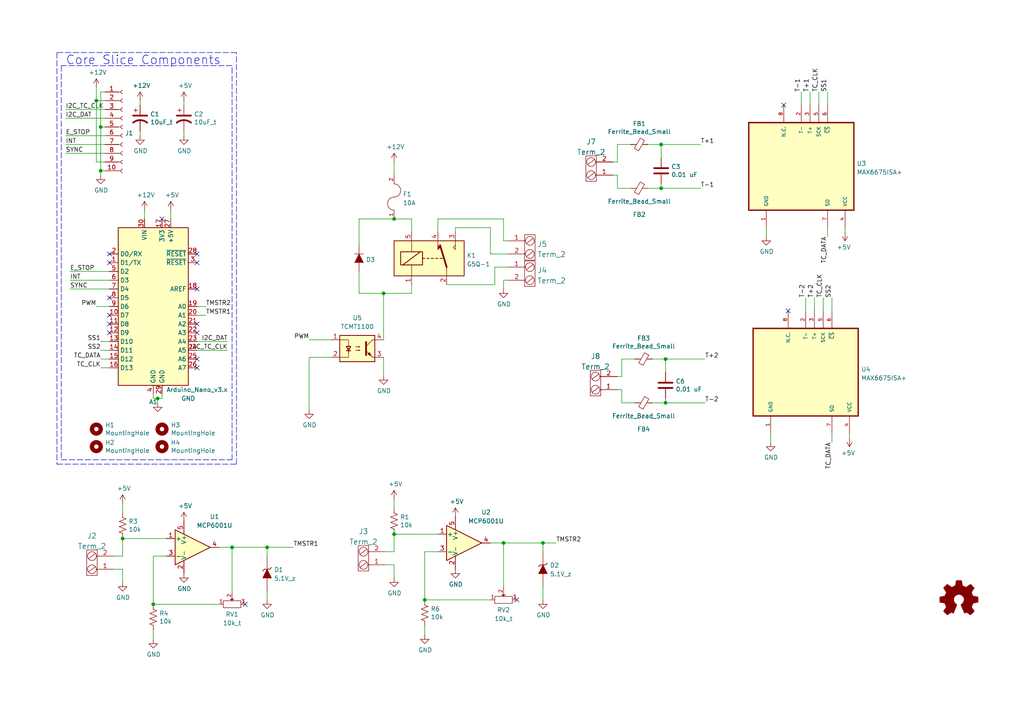
<source format=kicad_sch>
(kicad_sch (version 20211123) (generator eeschema)
  (paper "A4")
  (lib_symbols
    (symbol "Amplifier_Operational:MCP6001U" (pin_names (offset 0.127))
      (property "Reference" "U" (at 0 5.08 0))
      (property "Value" "MCP6001U" (at 0 -5.08 0))
      (symbol "MCP6001U_0_1"
        (polyline (pts (xy -5.08 5.08) (xy 5.08 0) (xy -5.08 -5.08) (xy -5.08 5.08)) (stroke (width 0.254)) (fill (type background)))
        (pin power_in line (at -2.54 -7.62 90) (length 3.81) (name "V-") (number "2"))
        (pin power_in line (at -2.54 7.62 270) (length 3.81) (name "V+") (number "5"))
      )
      (symbol "MCP6001U_1_1"
        (pin input line (at -7.62 2.54 0) (length 2.54) (name "+") (number "1"))
        (pin input line (at -7.62 -2.54 0) (length 2.54) (name "-") (number "3"))
        (pin output line (at 7.62 0 180) (length 2.54) (name "~") (number "4"))
      )
    )
    (symbol "BREAD_Slice-rescue:10uF_t-OCI_UPL_2_Capacitors" (pin_numbers hide) (pin_names (offset 0.254) hide)
      (property "Reference" "C" (at 0.635 2.54 0))
      (property "Value" "10uF_t-OCI_UPL_2_Capacitors" (at 0.635 -2.54 0))
      (symbol "10uF_t-OCI_UPL_2_Capacitors_0_1"
        (polyline (pts (xy -2.032 0.762) (xy 2.032 0.762)) (stroke (width 0.508)))
        (polyline (pts (xy -1.778 2.286) (xy -0.762 2.286)))
        (polyline (pts (xy -1.27 1.778) (xy -1.27 2.794)))
        (arc (start 2.032 -1.27) (mid 0 -0.5572) (end -2.032 -1.27) (stroke (width 0.508)))
      )
      (symbol "10uF_t-OCI_UPL_2_Capacitors_1_1"
        (pin passive line (at 0 3.81 270) (length 2.794) (name "~") (number "1"))
        (pin passive line (at 0 -3.81 90) (length 3.302) (name "~") (number "2"))
      )
    )
    (symbol "Connector:Conn_01x10_Female" (pin_names (offset 1.016) hide)
      (property "Reference" "J" (at 0 12.7 0))
      (property "Value" "Conn_01x10_Female" (at 0 -15.24 0))
      (symbol "Conn_01x10_Female_1_1"
        (arc (start 0 -12.192) (mid -0.508 -12.7) (end 0 -13.208) (stroke (width 0.1524)))
        (arc (start 0 -9.652) (mid -0.508 -10.16) (end 0 -10.668) (stroke (width 0.1524)))
        (arc (start 0 -7.112) (mid -0.508 -7.62) (end 0 -8.128) (stroke (width 0.1524)))
        (arc (start 0 -4.572) (mid -0.508 -5.08) (end 0 -5.588) (stroke (width 0.1524)))
        (arc (start 0 -2.032) (mid -0.508 -2.54) (end 0 -3.048) (stroke (width 0.1524)))
        (polyline (pts (xy -1.27 -12.7) (xy -0.508 -12.7)) (stroke (width 0.1524)))
        (polyline (pts (xy -1.27 -10.16) (xy -0.508 -10.16)) (stroke (width 0.1524)))
        (polyline (pts (xy -1.27 -7.62) (xy -0.508 -7.62)) (stroke (width 0.1524)))
        (polyline (pts (xy -1.27 -5.08) (xy -0.508 -5.08)) (stroke (width 0.1524)))
        (polyline (pts (xy -1.27 -2.54) (xy -0.508 -2.54)) (stroke (width 0.1524)))
        (polyline (pts (xy -1.27 0) (xy -0.508 0)) (stroke (width 0.1524)))
        (polyline (pts (xy -1.27 2.54) (xy -0.508 2.54)) (stroke (width 0.1524)))
        (polyline (pts (xy -1.27 5.08) (xy -0.508 5.08)) (stroke (width 0.1524)))
        (polyline (pts (xy -1.27 7.62) (xy -0.508 7.62)) (stroke (width 0.1524)))
        (polyline (pts (xy -1.27 10.16) (xy -0.508 10.16)) (stroke (width 0.1524)))
        (arc (start 0 0.508) (mid -0.508 0) (end 0 -0.508) (stroke (width 0.1524)))
        (arc (start 0 3.048) (mid -0.508 2.54) (end 0 2.032) (stroke (width 0.1524)))
        (arc (start 0 5.588) (mid -0.508 5.08) (end 0 4.572) (stroke (width 0.1524)))
        (arc (start 0 8.128) (mid -0.508 7.62) (end 0 7.112) (stroke (width 0.1524)))
        (arc (start 0 10.668) (mid -0.508 10.16) (end 0 9.652) (stroke (width 0.1524)))
        (pin passive line (at -5.08 10.16 0) (length 3.81) (name "Pin_1") (number "1"))
        (pin passive line (at -5.08 -12.7 0) (length 3.81) (name "Pin_10") (number "10"))
        (pin passive line (at -5.08 7.62 0) (length 3.81) (name "Pin_2") (number "2"))
        (pin passive line (at -5.08 5.08 0) (length 3.81) (name "Pin_3") (number "3"))
        (pin passive line (at -5.08 2.54 0) (length 3.81) (name "Pin_4") (number "4"))
        (pin passive line (at -5.08 0 0) (length 3.81) (name "Pin_5") (number "5"))
        (pin passive line (at -5.08 -2.54 0) (length 3.81) (name "Pin_6") (number "6"))
        (pin passive line (at -5.08 -5.08 0) (length 3.81) (name "Pin_7") (number "7"))
        (pin passive line (at -5.08 -7.62 0) (length 3.81) (name "Pin_8") (number "8"))
        (pin passive line (at -5.08 -10.16 0) (length 3.81) (name "Pin_9") (number "9"))
      )
    )
    (symbol "Device:C" (pin_numbers hide) (pin_names (offset 0.254))
      (property "Reference" "C" (at 0.635 2.54 0))
      (property "Value" "C" (at 0.635 -2.54 0))
      (symbol "C_0_1"
        (polyline (pts (xy -2.032 -0.762) (xy 2.032 -0.762)) (stroke (width 0.508)))
        (polyline (pts (xy -2.032 0.762) (xy 2.032 0.762)) (stroke (width 0.508)))
      )
      (symbol "C_1_1"
        (pin passive line (at 0 3.81 270) (length 2.794) (name "~") (number "1"))
        (pin passive line (at 0 -3.81 90) (length 2.794) (name "~") (number "2"))
      )
    )
    (symbol "Device:Ferrite_Bead_Small" (pin_numbers hide) (pin_names (offset 0))
      (property "Reference" "FB" (at 1.905 1.27 0))
      (property "Value" "Device_Ferrite_Bead_Small" (at 1.905 -1.27 0))
      (symbol "Ferrite_Bead_Small_0_1"
        (polyline (pts (xy 0 -1.27) (xy 0 -0.7874)))
        (polyline (pts (xy 0 0.889) (xy 0 1.2954)))
        (polyline (pts (xy -1.8288 0.2794) (xy -1.1176 1.4986) (xy 1.8288 -0.2032) (xy 1.1176 -1.4224) (xy -1.8288 0.2794)))
      )
      (symbol "Ferrite_Bead_Small_1_1"
        (pin passive line (at 0 2.54 270) (length 1.27) (name "~") (number "1"))
        (pin passive line (at 0 -2.54 90) (length 1.27) (name "~") (number "2"))
      )
    )
    (symbol "Device:R_US" (pin_numbers hide) (pin_names (offset 0))
      (property "Reference" "R" (at 2.54 0 90))
      (property "Value" "R_US" (at -2.54 0 90))
      (symbol "R_US_0_1"
        (polyline (pts (xy 0 -2.286) (xy 0 -2.54)))
        (polyline (pts (xy 0 2.286) (xy 0 2.54)))
        (polyline (pts (xy 0 -0.762) (xy 1.016 -1.143) (xy 0 -1.524) (xy -1.016 -1.905) (xy 0 -2.286)))
        (polyline (pts (xy 0 0.762) (xy 1.016 0.381) (xy 0 0) (xy -1.016 -0.381) (xy 0 -0.762)))
        (polyline (pts (xy 0 2.286) (xy 1.016 1.905) (xy 0 1.524) (xy -1.016 1.143) (xy 0 0.762)))
      )
      (symbol "R_US_1_1"
        (pin passive line (at 0 3.81 270) (length 1.27) (name "~") (number "1"))
        (pin passive line (at 0 -3.81 90) (length 1.27) (name "~") (number "2"))
      )
    )
    (symbol "Graphic:Logo_Open_Hardware_Small" (pin_names (offset 1.016))
      (symbol "Logo_Open_Hardware_Small_0_1"
        (polyline (pts (xy 3.3528 -4.3434) (xy 3.302 -4.318) (xy 3.175 -4.2418) (xy 2.9972 -4.1148) (xy 2.7686 -3.9624) (xy 2.54 -3.81) (xy 2.3622 -3.7084) (xy 2.2352 -3.6068) (xy 2.1844 -3.5814) (xy 2.159 -3.6068) (xy 2.0574 -3.6576) (xy 1.905 -3.7338) (xy 1.8034 -3.7846) (xy 1.6764 -3.8354) (xy 1.6002 -3.8354) (xy 1.6002 -3.8354) (xy 1.5494 -3.7338) (xy 1.4732 -3.5306) (xy 1.3462 -3.302) (xy 1.2446 -3.0226) (xy 1.1176 -2.7178) (xy 0.9652 -2.413) (xy 0.8636 -2.1082) (xy 0.7366 -1.8288) (xy 0.6604 -1.6256) (xy 0.6096 -1.4732) (xy 0.5842 -1.397) (xy 0.5842 -1.397) (xy 0.6604 -1.3208) (xy 0.7874 -1.2446) (xy 1.0414 -1.016) (xy 1.2954 -0.6858) (xy 1.4478 -0.3302) (xy 1.524 0.0762) (xy 1.4732 0.4572) (xy 1.3208 0.8128) (xy 1.0668 1.143) (xy 0.762 1.3716) (xy 0.4064 1.524) (xy 0 1.5748) (xy -0.381 1.5494) (xy -0.7366 1.397) (xy -1.0668 1.143) (xy -1.2192 0.9906) (xy -1.397 0.6604) (xy -1.524 0.3048) (xy -1.524 0.2286) (xy -1.4986 -0.1778) (xy -1.397 -0.5334) (xy -1.1938 -0.8636) (xy -0.9144 -1.143) (xy -0.8636 -1.1684) (xy -0.7366 -1.27) (xy -0.635 -1.3462) (xy -0.5842 -1.397) (xy -1.0668 -2.5908) (xy -1.143 -2.794) (xy -1.2954 -3.1242) (xy -1.397 -3.4036) (xy -1.4986 -3.6322) (xy -1.5748 -3.7846) (xy -1.6002 -3.8354) (xy -1.6002 -3.8354) (xy -1.651 -3.8354) (xy -1.7272 -3.81) (xy -1.905 -3.7338) (xy -2.0066 -3.683) (xy -2.1336 -3.6068) (xy -2.2098 -3.5814) (xy -2.2606 -3.6068) (xy -2.3622 -3.683) (xy -2.54 -3.81) (xy -2.7686 -3.9624) (xy -2.9718 -4.0894) (xy -3.1496 -4.2164) (xy -3.302 -4.318) (xy -3.3528 -4.3434) (xy -3.3782 -4.3434) (xy -3.429 -4.318) (xy -3.5306 -4.2164) (xy -3.7084 -4.064) (xy -3.937 -3.8354) (xy -3.9624 -3.81) (xy -4.1656 -3.6068) (xy -4.318 -3.4544) (xy -4.4196 -3.3274) (xy -4.445 -3.2766) (xy -4.445 -3.2766) (xy -4.4196 -3.2258) (xy -4.318 -3.0734) (xy -4.2164 -2.8956) (xy -4.064 -2.667) (xy -3.6576 -2.0828) (xy -3.8862 -1.5494) (xy -3.937 -1.3716) (xy -4.0386 -1.1684) (xy -4.0894 -1.0414) (xy -4.1148 -0.9652) (xy -4.191 -0.9398) (xy -4.318 -0.9144) (xy -4.5466 -0.8636) (xy -4.8006 -0.8128) (xy -5.0546 -0.7874) (xy -5.2578 -0.7366) (xy -5.4356 -0.7112) (xy -5.5118 -0.6858) (xy -5.5118 -0.6858) (xy -5.5372 -0.635) (xy -5.5372 -0.5588) (xy -5.5372 -0.4318) (xy -5.5626 -0.2286) (xy -5.5626 0.0762) (xy -5.5626 0.127) (xy -5.5372 0.4064) (xy -5.5372 0.635) (xy -5.5372 0.762) (xy -5.5372 0.8382) (xy -5.5372 0.8382) (xy -5.461 0.8382) (xy -5.3086 0.889) (xy -5.08 0.9144) (xy -4.826 0.9652) (xy -4.8006 0.9906) (xy -4.5466 1.0414) (xy -4.318 1.0668) (xy -4.1656 1.1176) (xy -4.0894 1.143) (xy -4.0894 1.143) (xy -4.0386 1.2446) (xy -3.9624 1.4224) (xy -3.8608 1.6256) (xy -3.7846 1.8288) (xy -3.7084 2.0066) (xy -3.6576 2.159) (xy -3.6322 2.2098) (xy -3.6322 2.2098) (xy -3.683 2.286) (xy -3.7592 2.413) (xy -3.8862 2.5908) (xy -4.064 2.8194) (xy -4.064 2.8448) (xy -4.2164 3.0734) (xy -4.3434 3.2512) (xy -4.4196 3.3782) (xy -4.445 3.4544) (xy -4.445 3.4544) (xy -4.3942 3.5052) (xy -4.2926 3.6322) (xy -4.1148 3.81) (xy -3.937 4.0132) (xy -3.8608 4.064) (xy -3.6576 4.2926) (xy -3.5052 4.4196) (xy -3.4036 4.4958) (xy -3.3528 4.5212) (xy -3.3528 4.5212) (xy -3.302 4.4704) (xy -3.1496 4.3688) (xy -2.9718 4.2418) (xy -2.7432 4.0894) (xy -2.7178 4.0894) (xy -2.4892 3.937) (xy -2.3114 3.81) (xy -2.1844 3.7084) (xy -2.1336 3.683) (xy -2.1082 3.683) (xy -2.032 3.7084) (xy -1.8542 3.7592) (xy -1.6764 3.8354) (xy -1.4732 3.937) (xy -1.27 4.0132) (xy -1.143 4.064) (xy -1.0668 4.1148) (xy -1.0668 4.1148) (xy -1.0414 4.191) (xy -1.016 4.3434) (xy -0.9652 4.572) (xy -0.9144 4.8514) (xy -0.889 4.9022) (xy -0.8382 5.1562) (xy -0.8128 5.3848) (xy -0.7874 5.5372) (xy -0.762 5.588) (xy -0.7112 5.6134) (xy -0.5842 5.6134) (xy -0.4064 5.6134) (xy -0.1524 5.6134) (xy 0.0762 5.6134) (xy 0.3302 5.6134) (xy 0.5334 5.6134) (xy 0.6858 5.588) (xy 0.7366 5.588) (xy 0.7366 5.588) (xy 0.762 5.5118) (xy 0.8128 5.334) (xy 0.8382 5.1054) (xy 0.9144 4.826) (xy 0.9144 4.7752) (xy 0.9652 4.5212) (xy 1.016 4.2926) (xy 1.0414 4.1402) (xy 1.0668 4.0894) (xy 1.0668 4.0894) (xy 1.1938 4.0386) (xy 1.3716 3.9624) (xy 1.5748 3.8608) (xy 2.0828 3.6576) (xy 2.7178 4.0894) (xy 2.7686 4.1402) (xy 2.9972 4.2926) (xy 3.175 4.4196) (xy 3.302 4.4958) (xy 3.3782 4.5212) (xy 3.3782 4.5212) (xy 3.429 4.4704) (xy 3.556 4.3434) (xy 3.7338 4.191) (xy 3.9116 3.9878) (xy 4.064 3.8354) (xy 4.2418 3.6576) (xy 4.3434 3.556) (xy 4.4196 3.4798) (xy 4.4196 3.429) (xy 4.4196 3.4036) (xy 4.3942 3.3274) (xy 4.2926 3.2004) (xy 4.1656 2.9972) (xy 4.0132 2.794) (xy 3.8862 2.5908) (xy 3.7592 2.3876) (xy 3.6576 2.2352) (xy 3.6322 2.159) (xy 3.6322 2.1336) (xy 3.683 2.0066) (xy 3.7592 1.8288) (xy 3.8608 1.6002) (xy 4.064 1.1176) (xy 4.3942 1.0414) (xy 4.5974 1.016) (xy 4.8768 0.9652) (xy 5.1308 0.9144) (xy 5.5372 0.8382) (xy 5.5626 -0.6604) (xy 5.4864 -0.6858) (xy 5.4356 -0.6858) (xy 5.2832 -0.7366) (xy 5.0546 -0.762) (xy 4.8006 -0.8128) (xy 4.5974 -0.8636) (xy 4.3688 -0.9144) (xy 4.2164 -0.9398) (xy 4.1402 -0.9398) (xy 4.1148 -0.9652) (xy 4.064 -1.0668) (xy 3.9878 -1.2446) (xy 3.9116 -1.4478) (xy 3.81 -1.651) (xy 3.7338 -1.8542) (xy 3.683 -2.0066) (xy 3.6576 -2.0828) (xy 3.683 -2.1336) (xy 3.7846 -2.2606) (xy 3.8862 -2.4638) (xy 4.0386 -2.667) (xy 4.191 -2.8956) (xy 4.318 -3.0734) (xy 4.3942 -3.2004) (xy 4.445 -3.2766) (xy 4.4196 -3.3274) (xy 4.3434 -3.429) (xy 4.1656 -3.5814) (xy 3.937 -3.8354) (xy 3.8862 -3.8608) (xy 3.683 -4.064) (xy 3.5306 -4.2164) (xy 3.4036 -4.318) (xy 3.3528 -4.3434)) (fill (type outline)))
      )
    )
    (symbol "Isolator:TCMT1100" (pin_names (offset 1.016))
      (property "Reference" "U" (at 0 5.08 0))
      (property "Value" "TCMT1100" (at 0 -5.08 0))
      (symbol "TCMT1100_1_1"
        (rectangle (start -5.08 3.81) (end 5.08 -3.81) (stroke (width 0.254)) (fill (type background)))
        (polyline (pts (xy -3.175 -0.635) (xy -1.905 -0.635)) (stroke (width 0.254)))
        (polyline (pts (xy 2.54 0.635) (xy 4.445 2.54)))
        (polyline (pts (xy 4.445 -2.54) (xy 2.54 -0.635)) (fill (type outline)))
        (polyline (pts (xy 4.445 -2.54) (xy 5.08 -2.54)))
        (polyline (pts (xy 4.445 2.54) (xy 5.08 2.54)))
        (polyline (pts (xy -2.54 -0.635) (xy -2.54 -2.54) (xy -5.08 -2.54)))
        (polyline (pts (xy 2.54 1.905) (xy 2.54 -1.905) (xy 2.54 -1.905)) (stroke (width 0.508)))
        (polyline (pts (xy -5.08 2.54) (xy -2.54 2.54) (xy -2.54 -1.27) (xy -2.54 0.635)))
        (polyline (pts (xy -2.54 -0.635) (xy -3.175 0.635) (xy -1.905 0.635) (xy -2.54 -0.635)) (stroke (width 0.254)))
        (polyline (pts (xy -0.508 -0.508) (xy 0.762 -0.508) (xy 0.381 -0.635) (xy 0.381 -0.381) (xy 0.762 -0.508)))
        (polyline (pts (xy -0.508 0.508) (xy 0.762 0.508) (xy 0.381 0.381) (xy 0.381 0.635) (xy 0.762 0.508)))
        (polyline (pts (xy 3.048 -1.651) (xy 3.556 -1.143) (xy 4.064 -2.159) (xy 3.048 -1.651) (xy 3.048 -1.651)) (fill (type outline)))
        (pin passive line (at -7.62 2.54 0) (length 2.54) (name "~") (number "1"))
        (pin passive line (at -7.62 -2.54 0) (length 2.54) (name "~") (number "2"))
        (pin passive line (at 7.62 -2.54 180) (length 2.54) (name "~") (number "3"))
        (pin passive line (at 7.62 2.54 180) (length 2.54) (name "~") (number "4"))
      )
    )
    (symbol "MAX6675ISA_:MAX6675ISA+" (pin_names (offset 1.016))
      (property "Reference" "U" (at -12.7 16.2306 0))
      (property "Value" "MAX6675ISA+" (at -12.7 -19.2278 0))
      (symbol "MAX6675ISA+_0_0"
        (rectangle (start -12.7 -15.24) (end 12.7 15.24) (stroke (width 0.4064)) (fill (type background)))
        (pin power_in line (at 17.78 -10.16 180) (length 5.08) (name "GND") (number "1"))
        (pin input line (at -17.78 0 0) (length 5.08) (name "T-") (number "2"))
        (pin input line (at -17.78 2.54 0) (length 5.08) (name "T+") (number "3"))
        (pin power_in line (at 17.78 12.7 180) (length 5.08) (name "VCC") (number "4"))
        (pin input line (at -17.78 5.08 0) (length 5.08) (name "SCK") (number "5"))
        (pin input line (at -17.78 7.62 0) (length 5.08) (name "~{CS}") (number "6"))
        (pin output line (at 17.78 7.62 180) (length 5.08) (name "SO") (number "7"))
        (pin bidirectional line (at -17.78 -5.08 0) (length 5.08) (name "N.C.") (number "8"))
      )
    )
    (symbol "MCU_Module:Arduino_Nano_v3.x"
      (property "Reference" "A" (at -10.16 23.495 0))
      (property "Value" "Arduino_Nano_v3.x" (at 5.08 -24.13 0))
      (symbol "Arduino_Nano_v3.x_0_1"
        (rectangle (start -10.16 22.86) (end 10.16 -22.86) (stroke (width 0.254)) (fill (type background)))
      )
      (symbol "Arduino_Nano_v3.x_1_1"
        (pin bidirectional line (at -12.7 12.7 0) (length 2.54) (name "D1/TX") (number "1"))
        (pin bidirectional line (at -12.7 -2.54 0) (length 2.54) (name "D7") (number "10"))
        (pin bidirectional line (at -12.7 -5.08 0) (length 2.54) (name "D8") (number "11"))
        (pin bidirectional line (at -12.7 -7.62 0) (length 2.54) (name "D9") (number "12"))
        (pin bidirectional line (at -12.7 -10.16 0) (length 2.54) (name "D10") (number "13"))
        (pin bidirectional line (at -12.7 -12.7 0) (length 2.54) (name "D11") (number "14"))
        (pin bidirectional line (at -12.7 -15.24 0) (length 2.54) (name "D12") (number "15"))
        (pin bidirectional line (at -12.7 -17.78 0) (length 2.54) (name "D13") (number "16"))
        (pin power_out line (at 2.54 25.4 270) (length 2.54) (name "3V3") (number "17"))
        (pin input line (at 12.7 5.08 180) (length 2.54) (name "AREF") (number "18"))
        (pin bidirectional line (at 12.7 0 180) (length 2.54) (name "A0") (number "19"))
        (pin bidirectional line (at -12.7 15.24 0) (length 2.54) (name "D0/RX") (number "2"))
        (pin bidirectional line (at 12.7 -2.54 180) (length 2.54) (name "A1") (number "20"))
        (pin bidirectional line (at 12.7 -5.08 180) (length 2.54) (name "A2") (number "21"))
        (pin bidirectional line (at 12.7 -7.62 180) (length 2.54) (name "A3") (number "22"))
        (pin bidirectional line (at 12.7 -10.16 180) (length 2.54) (name "A4") (number "23"))
        (pin bidirectional line (at 12.7 -12.7 180) (length 2.54) (name "A5") (number "24"))
        (pin bidirectional line (at 12.7 -15.24 180) (length 2.54) (name "A6") (number "25"))
        (pin bidirectional line (at 12.7 -17.78 180) (length 2.54) (name "A7") (number "26"))
        (pin power_out line (at 5.08 25.4 270) (length 2.54) (name "+5V") (number "27"))
        (pin input line (at 12.7 15.24 180) (length 2.54) (name "~{RESET}") (number "28"))
        (pin power_in line (at 2.54 -25.4 90) (length 2.54) (name "GND") (number "29"))
        (pin input line (at 12.7 12.7 180) (length 2.54) (name "~{RESET}") (number "3"))
        (pin power_in line (at -2.54 25.4 270) (length 2.54) (name "VIN") (number "30"))
        (pin power_in line (at 0 -25.4 90) (length 2.54) (name "GND") (number "4"))
        (pin bidirectional line (at -12.7 10.16 0) (length 2.54) (name "D2") (number "5"))
        (pin bidirectional line (at -12.7 7.62 0) (length 2.54) (name "D3") (number "6"))
        (pin bidirectional line (at -12.7 5.08 0) (length 2.54) (name "D4") (number "7"))
        (pin bidirectional line (at -12.7 2.54 0) (length 2.54) (name "D5") (number "8"))
        (pin bidirectional line (at -12.7 0 0) (length 2.54) (name "D6") (number "9"))
      )
    )
    (symbol "Mechanical:MountingHole" (pin_names (offset 1.016))
      (property "Reference" "H" (at 0 5.08 0))
      (property "Value" "MountingHole" (at 0 3.175 0))
      (symbol "MountingHole_0_1"
        (circle (center 0 0) (radius 1.27) (stroke (width 1.27)))
      )
    )
    (symbol "OCI_UPL_10_Connectors:Term_2" (pin_names (offset 1.016))
      (property "Reference" "J" (at 3.81 1.27 0))
      (property "Value" "Term_2" (at 6.35 3.81 0))
      (symbol "Term_2_0_1"
        (rectangle (start -1.524 5.588) (end 1.524 -1.778))
        (polyline (pts (xy -1.016 -0.762) (xy 1.016 0.762)))
        (polyline (pts (xy -1.016 3.048) (xy 1.016 4.572)))
        (circle (center 0 0) (radius 1.27))
        (circle (center 0 3.81) (radius 1.27))
      )
      (symbol "Term_2_1_1"
        (pin input line (at -6.35 3.81 0) (length 5.08) (name "~") (number "1"))
        (pin input line (at -6.35 0 0) (length 5.08) (name "~") (number "2"))
      )
    )
    (symbol "OCI_UPL_11_Mechanical:FUSE_Blade" (pin_names (offset 0.254))
      (property "Reference" "F" (at 2.54 1.27 0))
      (property "Value" "FUSE_Blade" (at 0 -3.81 0))
      (symbol "FUSE_Blade_0_1"
        (arc (start 0 0) (mid -1.905 1.905) (end -3.81 0))
        (arc (start 0 0) (mid 1.905 -1.905) (end 3.81 0))
      )
      (symbol "FUSE_Blade_1_1"
        (pin input line (at -6.35 0 0) (length 2.54) (name "~") (number "1"))
        (pin input line (at 6.35 0 180) (length 2.54) (name "~") (number "2"))
      )
    )
    (symbol "OCI_UPL_1_Resistors:10k_t" (pin_names (offset 1.016) hide)
      (property "Reference" "RV" (at 0 -2.032 0))
      (property "Value" "10k_t" (at 0 0 0))
      (symbol "10k_t_0_1"
        (rectangle (start -2.54 1.016) (end 2.54 -1.016))
        (polyline (pts (xy 0 1.016) (xy -0.508 1.524) (xy 0.508 1.524)) (fill (type outline)))
      )
      (symbol "10k_t_1_1"
        (pin passive line (at -3.81 0 0) (length 1.27) (name "1") (number "1"))
        (pin passive line (at 0 3.81 270) (length 2.54) (name "2") (number "2"))
        (pin passive line (at 3.81 0 180) (length 1.27) (name "3") (number "3"))
      )
    )
    (symbol "OCI_UPL_4_Semiconductors:5.1V_z" (pin_numbers hide) (pin_names (offset 1.016) hide)
      (property "Reference" "D" (at 0 2.54 0))
      (property "Value" "5.1V_z" (at 0 -2.54 0))
      (symbol "5.1V_z_0_1"
        (polyline (pts (xy -1.778 1.27) (xy -1.27 0.762) (xy -1.27 -0.762) (xy -0.762 -1.27) (xy -0.762 -1.27)) (stroke (width 0.2032)))
        (polyline (pts (xy -1.27 0) (xy 1.27 1.27) (xy 1.27 -1.27) (xy -1.27 0) (xy -1.27 0)) (fill (type outline)))
      )
      (symbol "5.1V_z_1_1"
        (pin passive line (at -5.08 0 0) (length 3.81) (name "K") (number "1"))
        (pin passive line (at 5.08 0 180) (length 3.81) (name "A") (number "2"))
      )
    )
    (symbol "OCI_UPL_4_Semiconductors:General_Purpose_Diode" (pin_numbers hide) (pin_names (offset 1.016) hide)
      (property "Reference" "D" (at 0 2.54 0))
      (symbol "General_Purpose_Diode_0_1"
        (polyline (pts (xy -1.27 1.27) (xy -1.27 -1.27)) (stroke (width 0.1524)))
        (polyline (pts (xy 1.27 1.27) (xy -1.27 0) (xy 1.27 -1.27)) (fill (type outline)))
      )
      (symbol "General_Purpose_Diode_1_1"
        (pin passive line (at -3.81 0 0) (length 2.54) (name "K") (number "1"))
        (pin passive line (at 3.81 0 180) (length 2.54) (name "A") (number "2"))
      )
    )
    (symbol "Relay:G5Q-1"
      (property "Reference" "K" (at 11.43 3.81 0))
      (property "Value" "G5Q-1" (at 11.43 1.27 0))
      (symbol "G5Q-1_0_0"
        (polyline (pts (xy 7.62 5.08) (xy 7.62 2.54) (xy 6.985 3.175) (xy 7.62 3.81)))
      )
      (symbol "G5Q-1_0_1"
        (rectangle (start -10.16 5.08) (end 10.16 -5.08) (stroke (width 0.254)) (fill (type background)))
        (rectangle (start -8.255 1.905) (end -1.905 -1.905) (stroke (width 0.254)))
        (polyline (pts (xy -7.62 -1.905) (xy -2.54 1.905)) (stroke (width 0.254)))
        (polyline (pts (xy -5.08 -5.08) (xy -5.08 -1.905)))
        (polyline (pts (xy -5.08 5.08) (xy -5.08 1.905)))
        (polyline (pts (xy -1.905 0) (xy -1.27 0)) (stroke (width 0.254)))
        (polyline (pts (xy -0.635 0) (xy 0 0)) (stroke (width 0.254)))
        (polyline (pts (xy 0.635 0) (xy 1.27 0)) (stroke (width 0.254)))
        (polyline (pts (xy 1.905 0) (xy 2.54 0)) (stroke (width 0.254)))
        (polyline (pts (xy 3.175 0) (xy 3.81 0)) (stroke (width 0.254)))
        (polyline (pts (xy 5.08 -2.54) (xy 3.175 3.81)) (stroke (width 0.508)))
        (polyline (pts (xy 5.08 -2.54) (xy 5.08 -5.08)))
        (polyline (pts (xy 2.54 5.08) (xy 2.54 2.54) (xy 3.175 3.175) (xy 2.54 3.81)) (fill (type outline)))
      )
      (symbol "G5Q-1_1_1"
        (pin passive line (at -5.08 -7.62 90) (length 2.54) (name "~") (number "1"))
        (pin passive line (at 5.08 -7.62 90) (length 2.54) (name "~") (number "2"))
        (pin passive line (at 7.62 7.62 270) (length 2.54) (name "~") (number "3"))
        (pin passive line (at 2.54 7.62 270) (length 2.54) (name "~") (number "4"))
        (pin passive line (at -5.08 7.62 270) (length 2.54) (name "~") (number "5"))
      )
    )
    (symbol "power:+12V" (power) (pin_names (offset 0))
      (property "Value" "+12V" (at 0 3.556 0))
      (symbol "+12V_0_1"
        (polyline (pts (xy -0.762 1.27) (xy 0 2.54)))
        (polyline (pts (xy 0 0) (xy 0 2.54)))
        (polyline (pts (xy 0 2.54) (xy 0.762 1.27)))
      )
      (symbol "+12V_1_1"
        (pin power_in line (at 0 0 90) (length 0) hide (name "+12V") (number "1"))
      )
    )
    (symbol "power:+5V" (power) (pin_names (offset 0))
      (property "Value" "+5V" (at 0 3.556 0))
      (symbol "+5V_0_1"
        (polyline (pts (xy -0.762 1.27) (xy 0 2.54)))
        (polyline (pts (xy 0 0) (xy 0 2.54)))
        (polyline (pts (xy 0 2.54) (xy 0.762 1.27)))
      )
      (symbol "+5V_1_1"
        (pin power_in line (at 0 0 90) (length 0) hide (name "+5V") (number "1"))
      )
    )
    (symbol "power:GND" (power) (pin_names (offset 0))
      (property "Value" "GND" (at 0 -3.81 0))
      (symbol "GND_0_1"
        (polyline (pts (xy 0 0) (xy 0 -1.27) (xy 1.27 -1.27) (xy 0 -2.54) (xy -1.27 -1.27) (xy 0 -1.27)))
      )
      (symbol "GND_1_1"
        (pin power_in line (at 0 0 270) (length 0) hide (name "GND") (number "1"))
      )
    )
  )
  (junction (at 123.19 173.99))
  (junction (at 29.21 49.53))
  (junction (at 35.56 156.21))
  (junction (at 114.3 63.5))
  (junction (at 191.77 54.61))
  (junction (at 27.94 29.21))
  (junction (at 114.3 154.94))
  (junction (at 45.72 115.57))
  (junction (at 29.21 36.83))
  (junction (at 67.31 158.75))
  (junction (at 193.04 116.84))
  (junction (at 157.48 157.48))
  (junction (at 191.77 41.91))
  (junction (at 77.47 158.75))
  (junction (at 146.05 157.48))
  (junction (at 193.04 104.14))
  (junction (at 111.252 85.09))
  (junction (at 44.45 175.26))
  (no_connect (at 57.15 96.52))
  (no_connect (at 31.75 86.36))
  (no_connect (at 57.15 83.82))
  (no_connect (at 31.75 76.2))
  (no_connect (at 149.86 173.99))
  (no_connect (at 228.6 90.17))
  (no_connect (at 31.75 91.44))
  (no_connect (at 31.75 96.52))
  (no_connect (at 71.12 175.26))
  (no_connect (at 31.75 73.66))
  (no_connect (at 46.99 63.5))
  (no_connect (at 31.75 93.98))
  (no_connect (at 57.15 93.98))
  (no_connect (at 57.15 106.68))
  (no_connect (at 57.15 104.14))
  (no_connect (at 57.15 73.66))
  (no_connect (at 57.15 76.2))
  (no_connect (at 227.33 30.48))
  (wire (pts (xy 119.38 82.55) (xy 119.38 85.09)))
  (wire (pts (xy 46.99 115.57) (xy 46.99 114.3)))
  (wire (pts (xy 29.21 106.68) (xy 31.75 106.68)))
  (wire (pts (xy 180.34 113.03) (xy 180.34 116.84)))
  (wire (pts (xy 29.21 101.6) (xy 31.75 101.6)))
  (wire (pts (xy 77.47 171.45) (xy 77.47 173.99)))
  (wire (pts (xy 123.19 173.99) (xy 142.24 173.99)))
  (wire (pts (xy 127 63.5) (xy 146.05 63.5)))
  (wire (pts (xy 142.24 66.04) (xy 142.24 73.66)))
  (wire (pts (xy 114.3 154.94) (xy 127 154.94)))
  (wire (pts (xy 146.05 157.48) (xy 157.48 157.48)))
  (wire (pts (xy 142.24 157.48) (xy 146.05 157.48)))
  (wire (pts (xy 40.64 39.37) (xy 40.64 38.1)))
  (wire (pts (xy 63.5 158.75) (xy 67.31 158.75)))
  (wire (pts (xy 104.14 63.5) (xy 104.14 71.12)))
  (wire (pts (xy 35.56 156.21) (xy 35.56 161.29)))
  (wire (pts (xy 45.72 115.57) (xy 46.99 115.57)))
  (polyline (pts (xy 67.31 133.35) (xy 67.31 19.05)))
  (wire (pts (xy 157.48 170.18) (xy 157.48 173.99)))
  (wire (pts (xy 119.38 67.31) (xy 119.38 63.5)))
  (wire (pts (xy 157.48 157.48) (xy 157.48 160.02)))
  (wire (pts (xy 179.07 46.99) (xy 179.07 41.91)))
  (wire (pts (xy 114.3 63.5) (xy 119.38 63.5)))
  (wire (pts (xy 234.95 26.67) (xy 234.95 30.48)))
  (wire (pts (xy 89.662 103.632) (xy 89.662 118.872)))
  (wire (pts (xy 19.05 41.91) (xy 30.48 41.91)))
  (wire (pts (xy 146.05 63.5) (xy 146.05 69.85)))
  (wire (pts (xy 142.24 73.66) (xy 147.32 73.66)))
  (wire (pts (xy 27.94 29.21) (xy 30.48 29.21)))
  (wire (pts (xy 146.05 69.85) (xy 147.32 69.85)))
  (wire (pts (xy 104.14 85.09) (xy 111.252 85.09)))
  (wire (pts (xy 111.76 163.83) (xy 114.3 163.83)))
  (wire (pts (xy 44.45 182.88) (xy 44.45 185.42)))
  (polyline (pts (xy 16.51 134.62) (xy 68.58 134.62)))
  (wire (pts (xy 77.47 158.75) (xy 77.47 161.29)))
  (wire (pts (xy 180.34 109.22) (xy 180.34 104.14)))
  (wire (pts (xy 146.05 81.28) (xy 146.05 83.82)))
  (wire (pts (xy 236.22 86.36) (xy 236.22 90.17)))
  (polyline (pts (xy 17.78 19.05) (xy 17.78 133.35)))
  (wire (pts (xy 96.012 98.552) (xy 89.662 98.552)))
  (wire (pts (xy 127 67.31) (xy 127 63.5)))
  (wire (pts (xy 111.252 98.552) (xy 111.252 85.09)))
  (wire (pts (xy 193.04 104.14) (xy 204.47 104.14)))
  (wire (pts (xy 179.07 109.22) (xy 180.34 109.22)))
  (wire (pts (xy 240.03 26.67) (xy 240.03 30.48)))
  (wire (pts (xy 123.19 181.61) (xy 123.19 184.15)))
  (wire (pts (xy 27.94 25.4) (xy 27.94 29.21)))
  (wire (pts (xy 179.07 41.91) (xy 182.88 41.91)))
  (wire (pts (xy 48.26 161.29) (xy 44.45 161.29)))
  (wire (pts (xy 29.21 49.53) (xy 29.21 36.83)))
  (wire (pts (xy 187.96 41.91) (xy 191.77 41.91)))
  (wire (pts (xy 187.96 54.61) (xy 191.77 54.61)))
  (wire (pts (xy 29.21 99.06) (xy 31.75 99.06)))
  (wire (pts (xy 35.56 165.1) (xy 35.56 168.91)))
  (wire (pts (xy 30.48 39.37) (xy 19.05 39.37)))
  (wire (pts (xy 147.32 81.28) (xy 146.05 81.28)))
  (wire (pts (xy 232.41 26.67) (xy 232.41 30.48)))
  (wire (pts (xy 53.34 30.48) (xy 53.34 29.21)))
  (polyline (pts (xy 67.31 19.05) (xy 17.78 19.05)))
  (wire (pts (xy 222.25 66.04) (xy 222.25 68.58)))
  (wire (pts (xy 44.45 161.29) (xy 44.45 175.26)))
  (wire (pts (xy 157.48 157.48) (xy 161.29 157.48)))
  (wire (pts (xy 30.48 46.99) (xy 27.94 46.99)))
  (wire (pts (xy 19.05 44.45) (xy 30.48 44.45)))
  (wire (pts (xy 177.8 46.99) (xy 179.07 46.99)))
  (wire (pts (xy 57.15 88.9) (xy 59.69 88.9)))
  (wire (pts (xy 114.3 46.99) (xy 114.3 50.8)))
  (wire (pts (xy 143.51 82.55) (xy 143.51 77.47)))
  (wire (pts (xy 129.54 82.55) (xy 143.51 82.55)))
  (wire (pts (xy 33.02 161.29) (xy 35.56 161.29)))
  (wire (pts (xy 30.48 31.75) (xy 19.05 31.75)))
  (wire (pts (xy 20.32 83.82) (xy 31.75 83.82)))
  (wire (pts (xy 177.8 50.8) (xy 179.07 50.8)))
  (polyline (pts (xy 68.58 15.24) (xy 16.51 15.24)))
  (wire (pts (xy 193.04 116.84) (xy 204.47 116.84)))
  (wire (pts (xy 233.68 86.36) (xy 233.68 90.17)))
  (wire (pts (xy 238.76 86.36) (xy 238.76 90.17)))
  (wire (pts (xy 19.05 34.29) (xy 30.48 34.29)))
  (wire (pts (xy 114.3 163.83) (xy 114.3 167.64)))
  (wire (pts (xy 49.53 60.96) (xy 49.53 63.5)))
  (wire (pts (xy 146.05 157.48) (xy 146.05 170.18)))
  (wire (pts (xy 44.45 114.3) (xy 44.45 115.57)))
  (wire (pts (xy 191.77 41.91) (xy 191.77 45.72)))
  (polyline (pts (xy 16.51 15.24) (xy 16.51 134.62)))
  (wire (pts (xy 35.56 146.05) (xy 35.56 148.59)))
  (wire (pts (xy 191.77 54.61) (xy 203.2 54.61)))
  (wire (pts (xy 123.19 160.02) (xy 123.19 173.99)))
  (wire (pts (xy 29.21 26.67) (xy 30.48 26.67)))
  (wire (pts (xy 245.11 66.04) (xy 245.11 67.31)))
  (wire (pts (xy 40.64 30.48) (xy 40.64 29.21)))
  (wire (pts (xy 111.252 85.09) (xy 119.38 85.09)))
  (wire (pts (xy 193.04 104.14) (xy 193.04 107.95)))
  (wire (pts (xy 179.07 50.8) (xy 179.07 54.61)))
  (wire (pts (xy 114.3 63.5) (xy 104.14 63.5)))
  (wire (pts (xy 111.252 108.966) (xy 111.252 103.632)))
  (wire (pts (xy 191.77 41.91) (xy 203.2 41.91)))
  (wire (pts (xy 77.47 158.75) (xy 85.09 158.75)))
  (wire (pts (xy 33.02 165.1) (xy 35.56 165.1)))
  (wire (pts (xy 241.3 125.73) (xy 241.3 128.27)))
  (wire (pts (xy 30.48 36.83) (xy 29.21 36.83)))
  (wire (pts (xy 44.45 115.57) (xy 45.72 115.57)))
  (wire (pts (xy 111.76 160.02) (xy 114.3 160.02)))
  (wire (pts (xy 45.72 115.57) (xy 45.72 116.84)))
  (wire (pts (xy 31.75 78.74) (xy 20.32 78.74)))
  (wire (pts (xy 29.21 104.14) (xy 31.75 104.14)))
  (wire (pts (xy 193.04 116.84) (xy 193.04 115.57)))
  (wire (pts (xy 35.56 156.21) (xy 48.26 156.21)))
  (wire (pts (xy 53.34 39.37) (xy 53.34 38.1)))
  (wire (pts (xy 27.94 46.99) (xy 27.94 29.21)))
  (wire (pts (xy 29.21 50.8) (xy 29.21 49.53)))
  (wire (pts (xy 67.31 158.75) (xy 77.47 158.75)))
  (wire (pts (xy 189.23 104.14) (xy 193.04 104.14)))
  (wire (pts (xy 114.3 154.94) (xy 114.3 160.02)))
  (wire (pts (xy 191.77 54.61) (xy 191.77 53.34)))
  (wire (pts (xy 20.32 81.28) (xy 31.75 81.28)))
  (wire (pts (xy 57.15 101.6) (xy 66.04 101.6)))
  (wire (pts (xy 180.34 116.84) (xy 184.15 116.84)))
  (wire (pts (xy 67.31 158.75) (xy 67.31 171.45)))
  (wire (pts (xy 241.3 86.36) (xy 241.3 90.17)))
  (wire (pts (xy 237.49 26.67) (xy 237.49 30.48)))
  (wire (pts (xy 127 160.02) (xy 123.19 160.02)))
  (wire (pts (xy 89.662 103.632) (xy 96.012 103.632)))
  (wire (pts (xy 179.07 54.61) (xy 182.88 54.61)))
  (wire (pts (xy 104.14 78.74) (xy 104.14 85.09)))
  (wire (pts (xy 29.21 36.83) (xy 29.21 26.67)))
  (wire (pts (xy 41.91 60.96) (xy 41.91 63.5)))
  (wire (pts (xy 27.94 88.9) (xy 31.75 88.9)))
  (wire (pts (xy 132.08 67.31) (xy 132.08 66.04)))
  (wire (pts (xy 57.15 91.44) (xy 59.69 91.44)))
  (wire (pts (xy 66.04 99.06) (xy 57.15 99.06)))
  (wire (pts (xy 240.03 66.04) (xy 240.03 68.58)))
  (polyline (pts (xy 17.78 133.35) (xy 67.31 133.35)))
  (wire (pts (xy 132.08 66.04) (xy 142.24 66.04)))
  (wire (pts (xy 44.45 175.26) (xy 63.5 175.26)))
  (wire (pts (xy 30.48 49.53) (xy 29.21 49.53)))
  (wire (pts (xy 180.34 104.14) (xy 184.15 104.14)))
  (wire (pts (xy 189.23 116.84) (xy 193.04 116.84)))
  (wire (pts (xy 223.52 125.73) (xy 223.52 128.27)))
  (polyline (pts (xy 68.58 134.62) (xy 68.58 15.24)))
  (wire (pts (xy 143.51 77.47) (xy 147.32 77.47)))
  (wire (pts (xy 179.07 113.03) (xy 180.34 113.03)))
  (wire (pts (xy 114.3 144.78) (xy 114.3 147.32)))
  (wire (pts (xy 246.38 125.73) (xy 246.38 127)))
  (text "Core Slice Components" (at 19.05 19.05 0) (effects (font (size 2.54 2.54)) (justify left bottom)))
  (label "T+2" (at 236.22 86.36 90))
  (label "TC_CLK" (at 237.49 26.67 90))
  (label "T-2" (at 204.47 116.84 0))
  (label "I2C_TC_CLK" (at 19.05 31.75 0))
  (label "I2C_DAT" (at 19.05 34.29 0))
  (label "E_STOP" (at 20.32 78.74 0))
  (label "E_STOP" (at 19.05 39.37 0))
  (label "TC_CLK" (at 29.21 106.68 180))
  (label "SS2" (at 29.21 101.6 180))
  (label "PWM" (at 89.662 98.552 180))
  (label "TC_DATA" (at 240.03 68.58 270))
  (label "TC_DATA" (at 241.3 128.27 270))
  (label "T-1" (at 203.2 54.61 0))
  (label "INT" (at 20.32 81.28 0))
  (label "PWM" (at 27.94 88.9 180))
  (label "SS1" (at 240.03 26.67 90))
  (label "T-2" (at 233.68 86.36 90))
  (label "TMSTR1" (at 85.09 158.75 0))
  (label "T+1" (at 203.2 41.91 0))
  (label "T+2" (at 204.47 104.14 0))
  (label "SYNC" (at 20.32 83.82 0))
  (label "T-1" (at 232.41 26.67 90))
  (label "TC_CLK" (at 238.76 86.36 90))
  (label "SYNC" (at 19.05 44.45 0))
  (label "TC_DATA" (at 29.21 104.14 180))
  (label "SS1" (at 29.21 99.06 180))
  (label "SS2" (at 241.3 86.36 90))
  (label "TMSTR1" (at 59.69 91.44 0))
  (label "I2C_DAT" (at 66.04 99.06 180))
  (label "INT" (at 19.05 41.91 0))
  (label "T+1" (at 234.95 26.67 90))
  (label "I2C_TC_CLK" (at 66.04 101.6 180))
  (label "TMSTR2" (at 161.29 157.48 0))
  (label "TMSTR2" (at 59.69 88.9 0))
  (symbol (lib_id "power:GND") (at 45.72 116.84 0) (unit 1)
    (property "Reference" "#PWR06" (effects hide))
    (property "Value" "GND" (at 54.61 115.57 0))
  )
  (symbol (lib_id "power:+5V") (at 49.53 60.96 0) (unit 1)
    (property "Reference" "#PWR07" (effects hide))
    (property "Value" "+5V" (at 49.911 56.5658 0))
  )
  (symbol (lib_id "power:+12V") (at 41.91 60.96 0) (unit 1)
    (property "Reference" "#PWR05" (effects hide))
    (property "Value" "+12V" (at 42.291 56.5658 0))
  )
  (symbol (lib_id "BREAD_Slice-rescue:10uF_t-OCI_UPL_2_Capacitors") (at 40.64 34.29 0) (unit 1)
    (property "Reference" "C1" (at 43.561 33.1216 0) (effects (justify left)))
    (property "Value" "10uF_t" (at 43.561 35.433 0) (effects (justify left)))
    (property "Footprint" "OCI:C_1206_HandSoldering" (effects hide))
    (property "TC_DATAsheet" "https://www.digikey.com/short/qcd8n7" (effects hide))
    (property "Part #" "T491C106K025AT" (effects hide))
    (property "UPL #" "2.021" (effects hide))
  )
  (symbol (lib_id "power:GND") (at 40.64 39.37 0) (unit 1)
    (property "Reference" "#PWR04" (effects hide))
    (property "Value" "GND" (at 40.767 43.7642 0))
  )
  (symbol (lib_id "Mechanical:MountingHole") (at 27.94 124.46 0) (unit 1)
    (property "Reference" "H1" (at 30.48 123.2916 0) (effects (justify left)))
    (property "Value" "MountingHole" (at 30.48 125.603 0) (effects (justify left)))
    (property "Footprint" "MountingHole:MountingHole_3.2mm_M3_DIN965_Pad" (effects hide))
  )
  (symbol (lib_id "Mechanical:MountingHole") (at 46.99 124.46 0) (unit 1)
    (property "Reference" "H3" (at 49.53 123.2916 0) (effects (justify left)))
    (property "Value" "MountingHole" (at 49.53 125.603 0) (effects (justify left)))
    (property "Footprint" "MountingHole:MountingHole_3.2mm_M3_DIN965_Pad" (effects hide))
  )
  (symbol (lib_id "Mechanical:MountingHole") (at 27.94 129.54 0) (unit 1)
    (property "Reference" "H2" (at 30.48 128.3716 0) (effects (justify left)))
    (property "Value" "MountingHole" (at 30.48 130.683 0) (effects (justify left)))
    (property "Footprint" "MountingHole:MountingHole_3.2mm_M3_DIN965_Pad" (effects hide))
  )
  (symbol (lib_id "Mechanical:MountingHole") (at 46.99 129.54 0) (unit 1)
    (property "Reference" "H4" (at 49.53 128.3716 0) (effects (justify left)))
    (property "Value" "MountingHole" (at 49.53 130.683 0) (effects (justify left)))
    (property "Footprint" "MountingHole:MountingHole_3.2mm_M3_DIN965_Pad" (effects hide))
  )
  (symbol (lib_id "MCU_Module:Arduino_Nano_v3.x") (at 44.45 88.9 0) (unit 1)
    (property "Reference" "A1" (at 44.45 116.5606 0))
    (property "Value" "Arduino_Nano_v3.x" (at 57.15 113.03 0))
    (property "Footprint" "Module:Arduino_Nano" (effects hide))
    (property "TC_DATAsheet" "http://www.mouser.com/pdfdocs/Gravitech_Arduino_Nano3_0.pdf" (effects hide))
  )
  (symbol (lib_id "Graphic:Logo_Open_Hardware_Small") (at 278.13 173.99 0) (unit 1)
    (property "Reference" "Logo1" (effects hide))
    (property "Value" "Logo_Open_Hardware_Small" (effects hide))
    (property "Footprint" "Symbol:OSHW-Symbol_6.7x6mm_SilkScreen" (effects hide))
  )
  (symbol (lib_id "Connector:Conn_01x10_Female") (at 35.56 36.83 0) (unit 1)
    (property "Reference" "J1" (at 36.2712 38.608 0) (effects (justify left)))
    (property "Value" "Conn_01x10_Female" (effects hide))
    (property "Footprint" "Connector_PinSocket_2.54mm:PinSocket_1x10_P2.54mm_Horizontal" (effects hide))
  )
  (symbol (lib_id "power:+12V") (at 27.94 25.4 0) (unit 1)
    (property "Reference" "#PWR01" (effects hide))
    (property "Value" "+12V" (at 28.321 21.0058 0))
  )
  (symbol (lib_id "power:GND") (at 29.21 50.8 0) (unit 1)
    (property "Reference" "#PWR02" (effects hide))
    (property "Value" "GND" (at 29.337 55.1942 0))
  )
  (symbol (lib_id "power:+12V") (at 40.64 29.21 0) (unit 1)
    (property "Reference" "#PWR03" (effects hide))
    (property "Value" "+12V" (at 41.021 24.8158 0))
  )
  (symbol (lib_id "BREAD_Slice-rescue:10uF_t-OCI_UPL_2_Capacitors") (at 53.34 34.29 0) (unit 1)
    (property "Reference" "C2" (at 56.261 33.1216 0) (effects (justify left)))
    (property "Value" "10uF_t" (at 56.261 35.433 0) (effects (justify left)))
    (property "Footprint" "OCI:C_1206_HandSoldering" (effects hide))
    (property "TC_DATAsheet" "https://www.digikey.com/short/qcd8n7" (effects hide))
    (property "Part #" "T491C106K025AT" (effects hide))
    (property "UPL #" "2.021" (effects hide))
  )
  (symbol (lib_id "power:GND") (at 53.34 39.37 0) (unit 1)
    (property "Reference" "#PWR09" (effects hide))
    (property "Value" "GND" (at 53.467 43.7642 0))
  )
  (symbol (lib_id "power:+5V") (at 53.34 29.21 0) (unit 1)
    (property "Reference" "#PWR08" (effects hide))
    (property "Value" "+5V" (at 53.721 24.8158 0))
  )
  (symbol (lib_id "Device:Ferrite_Bead_Small") (at 185.42 41.91 270) (unit 1)
    (property "Reference" "FB1" (at 185.42 35.8902 90))
    (property "Value" "Ferrite_Bead_Small" (at 185.42 38.2016 90))
    (property "Footprint" "OCI:R_1206_HandSoldering" (effects hide))
  )
  (symbol (lib_id "Device:Ferrite_Bead_Small") (at 185.42 54.61 270) (unit 1)
    (property "Reference" "FB2" (at 185.42 62.23 90))
    (property "Value" "Ferrite_Bead_Small" (at 185.42 58.42 90))
    (property "Footprint" "OCI:R_1206_HandSoldering" (effects hide))
  )
  (symbol (lib_id "Device:C") (at 191.77 49.53 0) (unit 1)
    (property "Reference" "C3" (at 194.691 48.3616 0) (effects (justify left)))
    (property "Value" "0.01 uF" (at 194.691 50.673 0) (effects (justify left)))
    (property "Footprint" "OCI:C_1206_HandSoldering" (effects hide))
  )
  (symbol (lib_id "power:GND") (at 222.25 68.58 0) (unit 1)
    (property "Reference" "#PWR0105" (effects hide))
    (property "Value" "GND" (at 222.377 72.9742 0))
  )
  (symbol (lib_id "Device:R_US") (at 114.3 151.13 0) (unit 1)
    (property "Reference" "R1" (at 116.0272 149.9616 0) (effects (justify left)))
    (property "Value" "10k" (at 116.0272 152.273 0) (effects (justify left)))
    (property "Footprint" "OCI:R_1206_HandSoldering" (effects hide))
  )
  (symbol (lib_id "power:GND") (at 114.3 167.64 0) (unit 1)
    (property "Reference" "#PWR0107" (effects hide))
    (property "Value" "GND" (at 114.427 172.0342 0))
  )
  (symbol (lib_id "power:+5V") (at 114.3 144.78 0) (unit 1)
    (property "Reference" "#PWR0108" (effects hide))
    (property "Value" "+5V" (at 114.681 140.3858 0))
  )
  (symbol (lib_id "power:GND") (at 44.45 185.42 0) (unit 1)
    (property "Reference" "#PWR012" (effects hide))
    (property "Value" "GND" (at 44.577 189.8142 0))
  )
  (symbol (lib_id "OCI_UPL_10_Connectors:Term_2") (at 171.45 46.99 180) (unit 1)
    (property "Reference" "J7" (at 171.45 41.1279 0) (effects (font (size 1.524 1.524))))
    (property "Value" "Term_2" (at 171.45 44.1213 0) (effects (font (size 1.524 1.524))))
    (property "Footprint" "OCI:TerminalBlock_Pheonix_MKDS1.5-2pol" (effects hide))
    (property "TC_DATAsheet" "https://www.digikey.com/short/q7wbhd" (effects hide))
    (property "Part #" "1935161" (effects hide))
    (property "UPL #" "10.003" (effects hide))
  )
  (symbol (lib_id "power:+5V") (at 245.11 67.31 180) (unit 1)
    (property "Reference" "#PWR022" (effects hide))
    (property "Value" "+5V" (at 244.729 71.7042 0))
  )
  (symbol (lib_id "power:GND") (at 77.47 173.99 0) (unit 1)
    (property "Reference" "#PWR015" (effects hide))
    (property "Value" "GND" (at 77.597 178.3842 0))
  )
  (symbol (lib_id "Isolator:TCMT1100") (at 103.632 101.092 0) (unit 1)
    (property "Reference" "U5" (at 103.632 92.202 0))
    (property "Value" "TCMT1100" (at 103.632 94.742 0))
    (property "Footprint" "Package_SO:SOP-4_4.4x2.6mm_P1.27mm" (effects hide))
    (property "TC_DATAsheet" "http://www.vishay.com/docs/83510/tcmt1100.pdf" (effects hide))
  )
  (symbol (lib_id "OCI_UPL_4_Semiconductors:5.1V_z") (at 77.47 166.37 270) (unit 1)
    (property "Reference" "D1" (at 79.4766 165.2305 90) (effects (justify left)))
    (property "Value" "5.1V_z" (at 79.4766 167.7674 90) (effects (justify left)))
    (property "Footprint" "OCI:Diode_DO-41_SOD81_Horizontal_RM10" (effects hide))
    (property "TC_DATAsheet" "https://www.digikey.com/short/q75wjm" (effects hide))
    (property "Part #" "1N4733ATR" (effects hide))
    (property "UPL #" "4.007" (effects hide))
  )
  (symbol (lib_id "OCI_UPL_1_Resistors:10k_t") (at 146.05 173.99 0) (unit 1)
    (property "Reference" "RV2" (at 146.05 176.9094 0))
    (property "Value" "10k_t" (at 146.05 179.4463 0))
    (property "Footprint" "OCI:Potentiometer_Bourns_3296W_3-8Zoll_Inline_ScrewUp" (effects hide))
    (property "TC_DATAsheet" "https://www.digikey.com/short/qt5j3q" (effects hide))
    (property "Part #" "1-1623849-0 " (effects hide))
    (property "UPL #" "1.070" (effects hide))
  )
  (symbol (lib_id "Device:Ferrite_Bead_Small") (at 186.69 116.84 270) (unit 1)
    (property "Reference" "FB4" (at 186.69 124.46 90))
    (property "Value" "Ferrite_Bead_Small" (at 186.69 120.65 90))
    (property "Footprint" "OCI:R_1206_HandSoldering" (effects hide))
  )
  (symbol (lib_id "power:GND") (at 35.56 168.91 0) (unit 1)
    (property "Reference" "#PWR011" (effects hide))
    (property "Value" "GND" (at 35.687 173.3042 0))
  )
  (symbol (lib_id "power:GND") (at 89.662 118.872 0) (unit 1)
    (property "Reference" "#PWR016" (effects hide))
    (property "Value" "GND" (at 89.789 123.2662 0))
  )
  (symbol (lib_id "power:GND") (at 53.34 166.37 0) (unit 1)
    (property "Reference" "#PWR014" (effects hide))
    (property "Value" "GND" (at 53.467 170.7642 0))
  )
  (symbol (lib_id "OCI_UPL_10_Connectors:Term_2") (at 26.67 161.29 180) (unit 1)
    (property "Reference" "J2" (at 26.67 155.4279 0) (effects (font (size 1.524 1.524))))
    (property "Value" "Term_2" (at 26.67 158.4213 0) (effects (font (size 1.524 1.524))))
    (property "Footprint" "OCI:TerminalBlock_Pheonix_MKDS1.5-2pol" (effects hide))
    (property "TC_DATAsheet" "https://www.digikey.com/short/q7wbhd" (effects hide))
    (property "Part #" "1935161" (effects hide))
    (property "UPL #" "10.003" (effects hide))
  )
  (symbol (lib_id "power:GND") (at 146.05 83.82 0) (unit 1)
    (property "Reference" "#PWR0103" (effects hide))
    (property "Value" "GND" (at 146.177 88.2142 0))
  )
  (symbol (lib_id "Relay:G5Q-1") (at 124.46 74.93 0) (unit 1)
    (property "Reference" "K1" (at 135.382 74.0953 0) (effects (justify left)))
    (property "Value" "G5Q-1" (at 135.382 76.6322 0) (effects (justify left)))
    (property "Footprint" "Relay_THT:Relay_SPDT_Omron-G5Q-1" (effects hide))
    (property "TC_DATAsheet" "https://www.omron.com/ecb/products/pdf/en-g5q.pdf" (effects hide))
  )
  (symbol (lib_id "MAX6675ISA_:MAX6675ISA+") (at 233.68 107.95 270) (unit 1)
    (property "Reference" "U4" (at 249.7582 107.1153 90) (effects (justify left)))
    (property "Value" "MAX6675ISA+" (at 249.7582 109.6522 90) (effects (justify left)))
    (property "Footprint" "MAX6675ISA_:SOIC127P600X175-8N" (effects hide))
  )
  (symbol (lib_id "Device:R_US") (at 35.56 152.4 0) (unit 1)
    (property "Reference" "R3" (at 37.2872 151.2316 0) (effects (justify left)))
    (property "Value" "10k" (at 37.2872 153.543 0) (effects (justify left)))
    (property "Footprint" "OCI:R_1206_HandSoldering" (effects hide))
  )
  (symbol (lib_id "OCI_UPL_10_Connectors:Term_2") (at 153.67 73.66 0) (unit 1)
    (property "Reference" "J5" (at 155.829 70.7788 0) (effects (font (size 1.524 1.524)) (justify left)))
    (property "Value" "Term_2" (at 155.829 73.7722 0) (effects (font (size 1.524 1.524)) (justify left)))
    (property "Footprint" "OCI:TerminalBlock_Pheonix_MKDS1.5-2pol" (effects hide))
    (property "TC_DATAsheet" "https://www.digikey.com/short/q7wbhd" (effects hide))
    (property "Part #" "1935161" (effects hide))
    (property "UPL #" "10.003" (effects hide))
  )
  (symbol (lib_id "power:GND") (at 223.52 128.27 0) (unit 1)
    (property "Reference" "#PWR021" (effects hide))
    (property "Value" "GND" (at 223.647 132.6642 0))
  )
  (symbol (lib_id "Device:R_US") (at 123.19 177.8 0) (unit 1)
    (property "Reference" "R6" (at 124.9172 176.6316 0) (effects (justify left)))
    (property "Value" "10k" (at 124.9172 178.943 0) (effects (justify left)))
    (property "Footprint" "OCI:R_1206_HandSoldering" (effects hide))
  )
  (symbol (lib_id "Amplifier_Operational:MCP6001U") (at 134.62 157.48 0) (unit 1)
    (property "Reference" "U2" (at 140.97 148.59 0))
    (property "Value" "MCP6001U" (at 140.97 151.13 0))
    (property "Footprint" "Package_TO_SOT_SMD:SOT-23-5" (effects hide))
    (property "TC_DATAsheet" "http://ww1.microchip.com/downloads/en/DeviceDoc/21733j.pdf" (effects hide))
  )
  (symbol (lib_id "power:GND") (at 157.48 173.99 0) (unit 1)
    (property "Reference" "#PWR020" (effects hide))
    (property "Value" "GND" (at 157.607 178.3842 0))
  )
  (symbol (lib_id "OCI_UPL_11_Mechanical:FUSE_Blade") (at 114.3 57.15 90) (unit 1)
    (property "Reference" "F1" (at 116.84 56.3153 90) (effects (justify right)))
    (property "Value" "10A" (at 116.84 58.8522 90) (effects (justify right)))
    (property "Footprint" "OCI:Fuse_Holder" (effects hide))
    (property "TC_DATAsheet" "https://www.digikey.com/short/q7wbwz" (effects hide))
    (property "Part #" "3522-2" (effects hide))
    (property "UPL #" "11.003" (effects hide))
  )
  (symbol (lib_id "Device:R_US") (at 44.45 179.07 0) (unit 1)
    (property "Reference" "R4" (at 46.1772 177.9016 0) (effects (justify left)))
    (property "Value" "10k" (at 46.1772 180.213 0) (effects (justify left)))
    (property "Footprint" "OCI:R_1206_HandSoldering" (effects hide))
  )
  (symbol (lib_id "power:+5V") (at 246.38 127 180) (unit 1)
    (property "Reference" "#PWR023" (effects hide))
    (property "Value" "+5V" (at 245.999 131.3942 0))
  )
  (symbol (lib_id "power:+12V") (at 114.3 46.99 0) (unit 1)
    (property "Reference" "#PWR0101" (effects hide))
    (property "Value" "+12V" (at 114.681 42.5958 0))
  )
  (symbol (lib_id "OCI_UPL_10_Connectors:Term_2") (at 105.41 160.02 180) (unit 1)
    (property "Reference" "J3" (at 105.41 154.1579 0) (effects (font (size 1.524 1.524))))
    (property "Value" "Term_2" (at 105.41 157.1513 0) (effects (font (size 1.524 1.524))))
    (property "Footprint" "OCI:TerminalBlock_Pheonix_MKDS1.5-2pol" (effects hide))
    (property "TC_DATAsheet" "https://www.digikey.com/short/q7wbhd" (effects hide))
    (property "Part #" "1935161" (effects hide))
    (property "UPL #" "10.003" (effects hide))
  )
  (symbol (lib_id "power:+5V") (at 132.08 149.86 0) (unit 1)
    (property "Reference" "#PWR018" (effects hide))
    (property "Value" "+5V" (at 132.461 145.4658 0))
  )
  (symbol (lib_id "OCI_UPL_10_Connectors:Term_2") (at 153.67 81.28 0) (unit 1)
    (property "Reference" "J4" (at 155.829 78.3988 0) (effects (font (size 1.524 1.524)) (justify left)))
    (property "Value" "Term_2" (at 155.829 81.3922 0) (effects (font (size 1.524 1.524)) (justify left)))
    (property "Footprint" "OCI:TerminalBlock_Pheonix_MKDS1.5-2pol" (effects hide))
    (property "TC_DATAsheet" "https://www.digikey.com/short/q7wbhd" (effects hide))
    (property "Part #" "1935161" (effects hide))
    (property "UPL #" "10.003" (effects hide))
  )
  (symbol (lib_id "power:GND") (at 123.19 184.15 0) (unit 1)
    (property "Reference" "#PWR017" (effects hide))
    (property "Value" "GND" (at 123.317 188.5442 0))
  )
  (symbol (lib_id "Device:Ferrite_Bead_Small") (at 186.69 104.14 270) (unit 1)
    (property "Reference" "FB3" (at 186.69 98.1202 90))
    (property "Value" "Ferrite_Bead_Small" (at 186.69 100.4316 90))
    (property "Footprint" "OCI:R_1206_HandSoldering" (effects hide))
  )
  (symbol (lib_id "OCI_UPL_1_Resistors:10k_t") (at 67.31 175.26 0) (unit 1)
    (property "Reference" "RV1" (at 67.31 178.1794 0))
    (property "Value" "10k_t" (at 67.31 180.7163 0))
    (property "Footprint" "OCI:Potentiometer_Bourns_3296W_3-8Zoll_Inline_ScrewUp" (effects hide))
    (property "TC_DATAsheet" "https://www.digikey.com/short/qt5j3q" (effects hide))
    (property "Part #" "1-1623849-0 " (effects hide))
    (property "UPL #" "1.070" (effects hide))
  )
  (symbol (lib_id "OCI_UPL_10_Connectors:Term_2") (at 172.72 109.22 180) (unit 1)
    (property "Reference" "J8" (at 172.72 103.3579 0) (effects (font (size 1.524 1.524))))
    (property "Value" "Term_2" (at 172.72 106.3513 0) (effects (font (size 1.524 1.524))))
    (property "Footprint" "OCI:TerminalBlock_Pheonix_MKDS1.5-2pol" (effects hide))
    (property "TC_DATAsheet" "https://www.digikey.com/short/q7wbhd" (effects hide))
    (property "Part #" "1935161" (effects hide))
    (property "UPL #" "10.003" (effects hide))
  )
  (symbol (lib_id "Device:C") (at 193.04 111.76 0) (unit 1)
    (property "Reference" "C6" (at 195.961 110.5916 0) (effects (justify left)))
    (property "Value" "0.01 uF" (at 195.961 112.903 0) (effects (justify left)))
    (property "Footprint" "OCI:C_1206_HandSoldering" (effects hide))
  )
  (symbol (lib_id "OCI_UPL_4_Semiconductors:General_Purpose_Diode") (at 104.14 74.93 270) (unit 1)
    (property "Reference" "D3" (at 106.1212 75.3257 90) (effects (justify left)))
    (property "Value" "General_Purpose_Diode" (effects hide))
    (property "Footprint" "OCI:Diode_DO-201AD_Horizontal_RM15" (effects hide))
    (property "TC_DATAsheet" "https://www.digikey.com/short/q75wqm" (effects hide))
    (property "Part #" "1N914BWS" (effects hide))
    (property "UPL #" "4.001" (effects hide))
  )
  (symbol (lib_id "MAX6675ISA_:MAX6675ISA+") (at 232.41 48.26 270) (unit 1)
    (property "Reference" "U3" (at 248.4882 47.4253 90) (effects (justify left)))
    (property "Value" "MAX6675ISA+" (at 248.4882 49.9622 90) (effects (justify left)))
    (property "Footprint" "MAX6675ISA_:SOIC127P600X175-8N" (effects hide))
  )
  (symbol (lib_id "power:+5V") (at 35.56 146.05 0) (unit 1)
    (property "Reference" "#PWR010" (effects hide))
    (property "Value" "+5V" (at 35.941 141.6558 0))
  )
  (symbol (lib_id "power:GND") (at 132.08 165.1 0) (unit 1)
    (property "Reference" "#PWR019" (effects hide))
    (property "Value" "GND" (at 132.207 169.4942 0))
  )
  (symbol (lib_id "power:+5V") (at 53.34 151.13 0) (unit 1)
    (property "Reference" "#PWR013" (effects hide))
    (property "Value" "+5V" (at 53.721 146.7358 0))
  )
  (symbol (lib_id "power:GND") (at 111.252 108.966 0) (unit 1)
    (property "Reference" "#PWR0102" (effects hide))
    (property "Value" "GND" (at 111.379 113.3602 0))
  )
  (symbol (lib_id "Amplifier_Operational:MCP6001U") (at 55.88 158.75 0) (unit 1)
    (property "Reference" "U1" (at 62.23 149.86 0))
    (property "Value" "MCP6001U" (at 62.23 152.4 0))
    (property "Footprint" "Package_TO_SOT_SMD:SOT-23-5" (effects hide))
    (property "TC_DATAsheet" "http://ww1.microchip.com/downloads/en/DeviceDoc/21733j.pdf" (effects hide))
  )
  (symbol (lib_id "OCI_UPL_4_Semiconductors:5.1V_z") (at 157.48 165.1 270) (unit 1)
    (property "Reference" "D2" (at 159.4866 163.9605 90) (effects (justify left)))
    (property "Value" "5.1V_z" (at 159.4866 166.4974 90) (effects (justify left)))
    (property "Footprint" "OCI:Diode_DO-41_SOD81_Horizontal_RM10" (effects hide))
    (property "TC_DATAsheet" "https://www.digikey.com/short/q75wjm" (effects hide))
    (property "Part #" "1N4733ATR" (effects hide))
    (property "UPL #" "4.007" (effects hide))
  )
)
</source>
